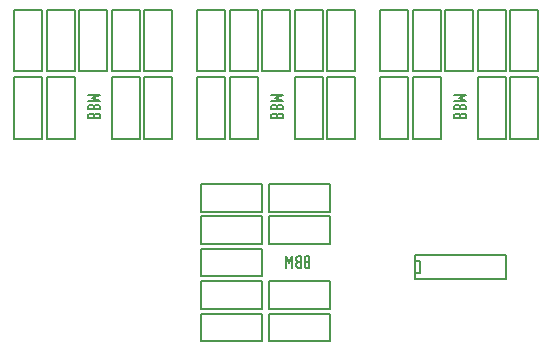
<source format=gbr>
%FSLAX34Y34*%
%MOMM*%
%LNSILK_BOTTOM*%
G71*
G01*
%ADD10C, 0.150*%
%ADD11C, 0.200*%
%ADD12C, 0.175*%
%LPD*%
G54D10*
X380000Y-432000D02*
X380000Y-412000D01*
X457200Y-412000D01*
X457200Y-432000D01*
X380000Y-432000D01*
G54D10*
X380000Y-427000D02*
X380000Y-417000D01*
X385000Y-417000D01*
X385000Y-427000D01*
X380000Y-427000D01*
G54D11*
X64669Y-204081D02*
X64669Y-255919D01*
X41131Y-255919D01*
X41131Y-204081D01*
X64669Y-204081D01*
G54D11*
X92169Y-204081D02*
X92169Y-255919D01*
X68631Y-255919D01*
X68631Y-204081D01*
X92169Y-204081D01*
G54D11*
X119669Y-204081D02*
X119669Y-255919D01*
X96131Y-255919D01*
X96131Y-204081D01*
X119669Y-204081D01*
G54D11*
X147169Y-204081D02*
X147169Y-255919D01*
X123631Y-255919D01*
X123631Y-204081D01*
X147169Y-204081D01*
G54D11*
X174669Y-204081D02*
X174669Y-255919D01*
X151131Y-255919D01*
X151131Y-204081D01*
X174669Y-204081D01*
G54D11*
X64669Y-261581D02*
X64669Y-313419D01*
X41131Y-313419D01*
X41131Y-261581D01*
X64669Y-261581D01*
G54D11*
X92169Y-261581D02*
X92169Y-313419D01*
X68631Y-313419D01*
X68631Y-261581D01*
X92169Y-261581D01*
G54D11*
X147169Y-261581D02*
X147169Y-313419D01*
X123631Y-313419D01*
X123631Y-261581D01*
X147169Y-261581D01*
G54D11*
X174669Y-261581D02*
X174669Y-313419D01*
X151131Y-313419D01*
X151131Y-261581D01*
X174669Y-261581D01*
G54D12*
X103541Y-296056D02*
X113319Y-296056D01*
X113319Y-293612D01*
X112708Y-292634D01*
X111485Y-292145D01*
X110263Y-292145D01*
X109041Y-292634D01*
X108430Y-293612D01*
X107819Y-292634D01*
X106597Y-292145D01*
X105374Y-292145D01*
X104152Y-292634D01*
X103541Y-293612D01*
X103541Y-296056D01*
G54D12*
X108430Y-296056D02*
X108430Y-293612D01*
G54D12*
X103541Y-288723D02*
X113319Y-288723D01*
X113319Y-286279D01*
X112708Y-285301D01*
X111485Y-284812D01*
X110263Y-284812D01*
X109041Y-285301D01*
X108430Y-286279D01*
X107819Y-285301D01*
X106597Y-284812D01*
X105374Y-284812D01*
X104152Y-285301D01*
X103541Y-286279D01*
X103541Y-288723D01*
G54D12*
X108430Y-288723D02*
X108430Y-286279D01*
G54D12*
X103541Y-281390D02*
X113319Y-281390D01*
X107208Y-278946D01*
X113319Y-276501D01*
X103541Y-276501D01*
G54D11*
X219669Y-204081D02*
X219669Y-255919D01*
X196131Y-255919D01*
X196131Y-204081D01*
X219669Y-204081D01*
G54D11*
X247169Y-204081D02*
X247169Y-255919D01*
X223631Y-255919D01*
X223631Y-204081D01*
X247169Y-204081D01*
G54D11*
X274669Y-204081D02*
X274669Y-255919D01*
X251131Y-255919D01*
X251131Y-204081D01*
X274669Y-204081D01*
G54D11*
X302169Y-204081D02*
X302169Y-255919D01*
X278631Y-255919D01*
X278631Y-204081D01*
X302169Y-204081D01*
G54D11*
X329669Y-204081D02*
X329669Y-255919D01*
X306131Y-255919D01*
X306131Y-204081D01*
X329669Y-204081D01*
G54D11*
X219669Y-261581D02*
X219669Y-313419D01*
X196131Y-313419D01*
X196131Y-261581D01*
X219669Y-261581D01*
G54D11*
X247169Y-261581D02*
X247169Y-313419D01*
X223631Y-313419D01*
X223631Y-261581D01*
X247169Y-261581D01*
G54D11*
X302169Y-261581D02*
X302169Y-313419D01*
X278631Y-313419D01*
X278631Y-261581D01*
X302169Y-261581D01*
G54D11*
X329669Y-261581D02*
X329669Y-313419D01*
X306131Y-313419D01*
X306131Y-261581D01*
X329669Y-261581D01*
G54D12*
X258541Y-296056D02*
X268319Y-296056D01*
X268319Y-293612D01*
X267708Y-292634D01*
X266485Y-292145D01*
X265263Y-292145D01*
X264041Y-292634D01*
X263430Y-293612D01*
X262819Y-292634D01*
X261597Y-292145D01*
X260374Y-292145D01*
X259152Y-292634D01*
X258541Y-293612D01*
X258541Y-296056D01*
G54D12*
X263430Y-296056D02*
X263430Y-293612D01*
G54D12*
X258541Y-288723D02*
X268319Y-288723D01*
X268319Y-286279D01*
X267708Y-285301D01*
X266485Y-284812D01*
X265263Y-284812D01*
X264041Y-285301D01*
X263430Y-286279D01*
X262819Y-285301D01*
X261597Y-284812D01*
X260374Y-284812D01*
X259152Y-285301D01*
X258541Y-286279D01*
X258541Y-288723D01*
G54D12*
X263430Y-288723D02*
X263430Y-286279D01*
G54D12*
X258541Y-281390D02*
X268319Y-281390D01*
X262208Y-278946D01*
X268319Y-276501D01*
X258541Y-276501D01*
G54D11*
X374669Y-204081D02*
X374669Y-255919D01*
X351131Y-255919D01*
X351131Y-204081D01*
X374669Y-204081D01*
G54D11*
X402169Y-204081D02*
X402169Y-255919D01*
X378631Y-255919D01*
X378631Y-204081D01*
X402169Y-204081D01*
G54D11*
X429669Y-204081D02*
X429669Y-255919D01*
X406131Y-255919D01*
X406131Y-204081D01*
X429669Y-204081D01*
G54D11*
X457169Y-204081D02*
X457169Y-255919D01*
X433631Y-255919D01*
X433631Y-204081D01*
X457169Y-204081D01*
G54D11*
X484669Y-204081D02*
X484669Y-255919D01*
X461131Y-255919D01*
X461131Y-204081D01*
X484669Y-204081D01*
G54D11*
X374669Y-261581D02*
X374669Y-313419D01*
X351131Y-313419D01*
X351131Y-261581D01*
X374669Y-261581D01*
G54D11*
X402169Y-261581D02*
X402169Y-313419D01*
X378631Y-313419D01*
X378631Y-261581D01*
X402169Y-261581D01*
G54D11*
X457169Y-261581D02*
X457169Y-313419D01*
X433631Y-313419D01*
X433631Y-261581D01*
X457169Y-261581D01*
G54D11*
X484669Y-261581D02*
X484669Y-313419D01*
X461131Y-313419D01*
X461131Y-261581D01*
X484669Y-261581D01*
G54D12*
X413541Y-296056D02*
X423319Y-296056D01*
X423319Y-293612D01*
X422708Y-292634D01*
X421485Y-292145D01*
X420263Y-292145D01*
X419041Y-292634D01*
X418430Y-293612D01*
X417819Y-292634D01*
X416597Y-292145D01*
X415374Y-292145D01*
X414152Y-292634D01*
X413541Y-293612D01*
X413541Y-296056D01*
G54D12*
X418430Y-296056D02*
X418430Y-293612D01*
G54D12*
X413541Y-288723D02*
X423319Y-288723D01*
X423319Y-286279D01*
X422708Y-285301D01*
X421485Y-284812D01*
X420263Y-284812D01*
X419041Y-285301D01*
X418430Y-286279D01*
X417819Y-285301D01*
X416597Y-284812D01*
X415374Y-284812D01*
X414152Y-285301D01*
X413541Y-286279D01*
X413541Y-288723D01*
G54D12*
X418430Y-288723D02*
X418430Y-286279D01*
G54D12*
X413541Y-281390D02*
X423319Y-281390D01*
X417208Y-278946D01*
X423319Y-276501D01*
X413541Y-276501D01*
G54D11*
X198831Y-461581D02*
X250669Y-461581D01*
X250669Y-485119D01*
X198831Y-485119D01*
X198831Y-461581D01*
G54D11*
X198831Y-434081D02*
X250669Y-434081D01*
X250669Y-457619D01*
X198831Y-457619D01*
X198831Y-434081D01*
G54D11*
X198831Y-406581D02*
X250669Y-406581D01*
X250669Y-430119D01*
X198831Y-430119D01*
X198831Y-406581D01*
G54D11*
X198831Y-379081D02*
X250669Y-379081D01*
X250669Y-402619D01*
X198831Y-402619D01*
X198831Y-379081D01*
G54D11*
X198831Y-351581D02*
X250669Y-351581D01*
X250669Y-375119D01*
X198831Y-375119D01*
X198831Y-351581D01*
G54D11*
X256331Y-461581D02*
X308169Y-461581D01*
X308169Y-485119D01*
X256331Y-485119D01*
X256331Y-461581D01*
G54D11*
X256331Y-434081D02*
X308169Y-434081D01*
X308169Y-457619D01*
X256331Y-457619D01*
X256331Y-434081D01*
G54D11*
X256331Y-379081D02*
X308169Y-379081D01*
X308169Y-402619D01*
X256331Y-402619D01*
X256331Y-379081D01*
G54D11*
X256331Y-351581D02*
X308169Y-351581D01*
X308169Y-375119D01*
X256331Y-375119D01*
X256331Y-351581D01*
G54D12*
X290806Y-422709D02*
X290806Y-412931D01*
X288362Y-412931D01*
X287384Y-413542D01*
X286895Y-414765D01*
X286895Y-415987D01*
X287384Y-417209D01*
X288362Y-417820D01*
X287384Y-418431D01*
X286895Y-419653D01*
X286895Y-420876D01*
X287384Y-422098D01*
X288362Y-422709D01*
X290806Y-422709D01*
G54D12*
X290806Y-417820D02*
X288362Y-417820D01*
G54D12*
X283473Y-422709D02*
X283473Y-412931D01*
X281029Y-412931D01*
X280051Y-413542D01*
X279562Y-414765D01*
X279562Y-415987D01*
X280051Y-417209D01*
X281029Y-417820D01*
X280051Y-418431D01*
X279562Y-419653D01*
X279562Y-420876D01*
X280051Y-422098D01*
X281029Y-422709D01*
X283473Y-422709D01*
G54D12*
X283473Y-417820D02*
X281029Y-417820D01*
G54D12*
X276140Y-422709D02*
X276140Y-412931D01*
X273696Y-419042D01*
X271251Y-412931D01*
X271251Y-422709D01*
M02*

</source>
